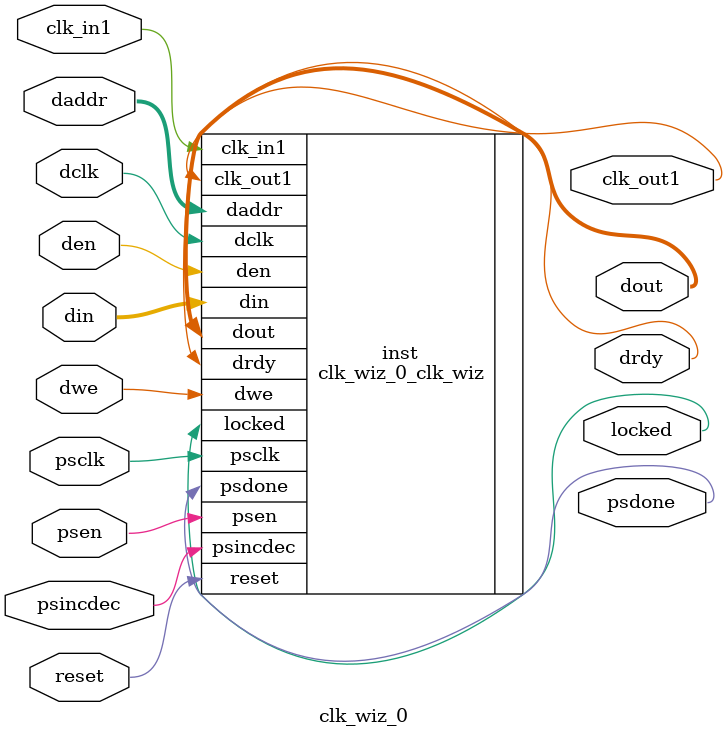
<source format=v>


`timescale 1ps/1ps

(* CORE_GENERATION_INFO = "clk_wiz_0,clk_wiz_v6_0_6_0_0,{component_name=clk_wiz_0,use_phase_alignment=true,use_min_o_jitter=false,use_max_i_jitter=false,use_dyn_phase_shift=true,use_inclk_switchover=false,use_dyn_reconfig=true,enable_axi=0,feedback_source=FDBK_AUTO,PRIMITIVE=MMCM,num_out_clk=1,clkin1_period=10.417,clkin2_period=10.000,use_power_down=false,use_reset=true,use_locked=true,use_inclk_stopped=false,feedback_type=SINGLE,CLOCK_MGR_TYPE=NA,manual_override=false}" *)

module clk_wiz_0 
 (
  // Clock out ports
  output        clk_out1,
  // Dynamic reconfiguration ports
  input   [6:0] daddr,
  input         dclk,
  input         den,
  input  [15:0] din,
  output [15:0] dout,
  output        drdy,
  input         dwe,
  // Dynamic phase shift ports
  input         psclk,
  input         psen,
  input         psincdec,
  output        psdone,
  // Status and control signals
  input         reset,
  output        locked,
 // Clock in ports
  input         clk_in1
 );

  clk_wiz_0_clk_wiz inst
  (
  // Clock out ports  
  .clk_out1(clk_out1),
  // Dynamic reconfiguration ports            
  .daddr(daddr),
  .dclk(dclk),
  .den(den),
  .din(din),
  .dout(dout),
  .drdy(drdy),
  .dwe(dwe),
  // Dynamic phase shift ports                
  .psclk(psclk),
  .psen(psen),
  .psincdec(psincdec),
  .psdone(psdone),
  // Status and control signals               
  .reset(reset), 
  .locked(locked),
 // Clock in ports
  .clk_in1(clk_in1)
  );

endmodule

</source>
